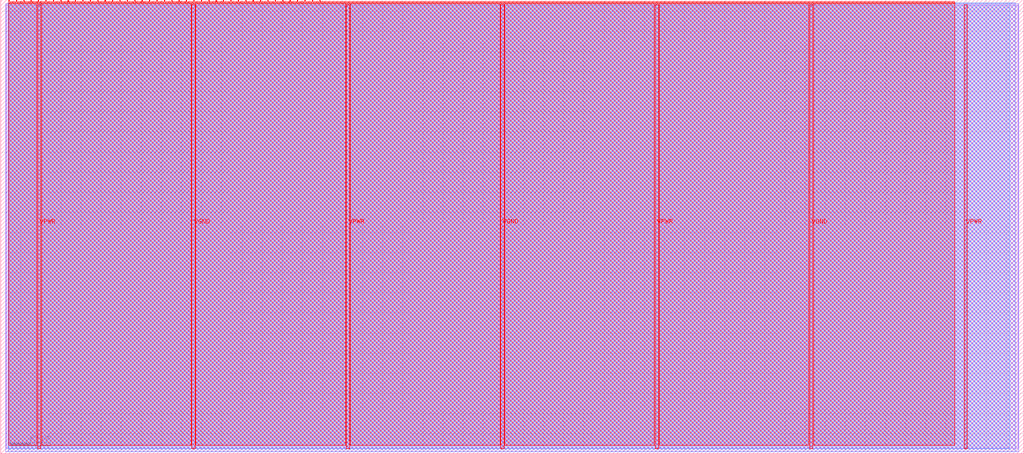
<source format=lef>
VERSION 5.7 ;
  NOWIREEXTENSIONATPIN ON ;
  DIVIDERCHAR "/" ;
  BUSBITCHARS "[]" ;
MACRO tt_um_cejmu_riscv
  CLASS BLOCK ;
  FOREIGN tt_um_cejmu_riscv ;
  ORIGIN 0.000 0.000 ;
  SIZE 508.760 BY 225.760 ;
  PIN VGND
    DIRECTION INOUT ;
    USE GROUND ;
    PORT
      LAYER met4 ;
        RECT 95.080 2.480 96.680 223.280 ;
    END
    PORT
      LAYER met4 ;
        RECT 248.680 2.480 250.280 223.280 ;
    END
    PORT
      LAYER met4 ;
        RECT 402.280 2.480 403.880 223.280 ;
    END
  END VGND
  PIN VPWR
    DIRECTION INOUT ;
    USE POWER ;
    PORT
      LAYER met4 ;
        RECT 18.280 2.480 19.880 223.280 ;
    END
    PORT
      LAYER met4 ;
        RECT 171.880 2.480 173.480 223.280 ;
    END
    PORT
      LAYER met4 ;
        RECT 325.480 2.480 327.080 223.280 ;
    END
    PORT
      LAYER met4 ;
        RECT 479.080 2.480 480.680 223.280 ;
    END
  END VPWR
  PIN clk
    DIRECTION INPUT ;
    USE SIGNAL ;
    ANTENNAGATEAREA 0.852000 ;
    PORT
      LAYER met4 ;
        RECT 154.870 224.760 155.170 225.760 ;
    END
  END clk
  PIN ena
    DIRECTION INPUT ;
    USE SIGNAL ;
    PORT
      LAYER met4 ;
        RECT 158.550 224.760 158.850 225.760 ;
    END
  END ena
  PIN rst_n
    DIRECTION INPUT ;
    USE SIGNAL ;
    ANTENNAGATEAREA 0.196500 ;
    PORT
      LAYER met4 ;
        RECT 151.190 224.760 151.490 225.760 ;
    END
  END rst_n
  PIN ui_in[0]
    DIRECTION INPUT ;
    USE SIGNAL ;
    ANTENNAGATEAREA 0.213000 ;
    PORT
      LAYER met4 ;
        RECT 147.510 224.760 147.810 225.760 ;
    END
  END ui_in[0]
  PIN ui_in[1]
    DIRECTION INPUT ;
    USE SIGNAL ;
    PORT
      LAYER met4 ;
        RECT 143.830 224.760 144.130 225.760 ;
    END
  END ui_in[1]
  PIN ui_in[2]
    DIRECTION INPUT ;
    USE SIGNAL ;
    PORT
      LAYER met4 ;
        RECT 140.150 224.760 140.450 225.760 ;
    END
  END ui_in[2]
  PIN ui_in[3]
    DIRECTION INPUT ;
    USE SIGNAL ;
    PORT
      LAYER met4 ;
        RECT 136.470 224.760 136.770 225.760 ;
    END
  END ui_in[3]
  PIN ui_in[4]
    DIRECTION INPUT ;
    USE SIGNAL ;
    PORT
      LAYER met4 ;
        RECT 132.790 224.760 133.090 225.760 ;
    END
  END ui_in[4]
  PIN ui_in[5]
    DIRECTION INPUT ;
    USE SIGNAL ;
    PORT
      LAYER met4 ;
        RECT 129.110 224.760 129.410 225.760 ;
    END
  END ui_in[5]
  PIN ui_in[6]
    DIRECTION INPUT ;
    USE SIGNAL ;
    PORT
      LAYER met4 ;
        RECT 125.430 224.760 125.730 225.760 ;
    END
  END ui_in[6]
  PIN ui_in[7]
    DIRECTION INPUT ;
    USE SIGNAL ;
    PORT
      LAYER met4 ;
        RECT 121.750 224.760 122.050 225.760 ;
    END
  END ui_in[7]
  PIN uio_in[0]
    DIRECTION INPUT ;
    USE SIGNAL ;
    PORT
      LAYER met4 ;
        RECT 118.070 224.760 118.370 225.760 ;
    END
  END uio_in[0]
  PIN uio_in[1]
    DIRECTION INPUT ;
    USE SIGNAL ;
    PORT
      LAYER met4 ;
        RECT 114.390 224.760 114.690 225.760 ;
    END
  END uio_in[1]
  PIN uio_in[2]
    DIRECTION INPUT ;
    USE SIGNAL ;
    PORT
      LAYER met4 ;
        RECT 110.710 224.760 111.010 225.760 ;
    END
  END uio_in[2]
  PIN uio_in[3]
    DIRECTION INPUT ;
    USE SIGNAL ;
    PORT
      LAYER met4 ;
        RECT 107.030 224.760 107.330 225.760 ;
    END
  END uio_in[3]
  PIN uio_in[4]
    DIRECTION INPUT ;
    USE SIGNAL ;
    PORT
      LAYER met4 ;
        RECT 103.350 224.760 103.650 225.760 ;
    END
  END uio_in[4]
  PIN uio_in[5]
    DIRECTION INPUT ;
    USE SIGNAL ;
    PORT
      LAYER met4 ;
        RECT 99.670 224.760 99.970 225.760 ;
    END
  END uio_in[5]
  PIN uio_in[6]
    DIRECTION INPUT ;
    USE SIGNAL ;
    PORT
      LAYER met4 ;
        RECT 95.990 224.760 96.290 225.760 ;
    END
  END uio_in[6]
  PIN uio_in[7]
    DIRECTION INPUT ;
    USE SIGNAL ;
    PORT
      LAYER met4 ;
        RECT 92.310 224.760 92.610 225.760 ;
    END
  END uio_in[7]
  PIN uio_oe[0]
    DIRECTION OUTPUT TRISTATE ;
    USE SIGNAL ;
    PORT
      LAYER met4 ;
        RECT 29.750 224.760 30.050 225.760 ;
    END
  END uio_oe[0]
  PIN uio_oe[1]
    DIRECTION OUTPUT TRISTATE ;
    USE SIGNAL ;
    PORT
      LAYER met4 ;
        RECT 26.070 224.760 26.370 225.760 ;
    END
  END uio_oe[1]
  PIN uio_oe[2]
    DIRECTION OUTPUT TRISTATE ;
    USE SIGNAL ;
    PORT
      LAYER met4 ;
        RECT 22.390 224.760 22.690 225.760 ;
    END
  END uio_oe[2]
  PIN uio_oe[3]
    DIRECTION OUTPUT TRISTATE ;
    USE SIGNAL ;
    PORT
      LAYER met4 ;
        RECT 18.710 224.760 19.010 225.760 ;
    END
  END uio_oe[3]
  PIN uio_oe[4]
    DIRECTION OUTPUT TRISTATE ;
    USE SIGNAL ;
    PORT
      LAYER met4 ;
        RECT 15.030 224.760 15.330 225.760 ;
    END
  END uio_oe[4]
  PIN uio_oe[5]
    DIRECTION OUTPUT TRISTATE ;
    USE SIGNAL ;
    PORT
      LAYER met4 ;
        RECT 11.350 224.760 11.650 225.760 ;
    END
  END uio_oe[5]
  PIN uio_oe[6]
    DIRECTION OUTPUT TRISTATE ;
    USE SIGNAL ;
    PORT
      LAYER met4 ;
        RECT 7.670 224.760 7.970 225.760 ;
    END
  END uio_oe[6]
  PIN uio_oe[7]
    DIRECTION OUTPUT TRISTATE ;
    USE SIGNAL ;
    PORT
      LAYER met4 ;
        RECT 3.990 224.760 4.290 225.760 ;
    END
  END uio_oe[7]
  PIN uio_out[0]
    DIRECTION OUTPUT TRISTATE ;
    USE SIGNAL ;
    ANTENNAGATEAREA 0.126000 ;
    ANTENNADIFFAREA 0.445500 ;
    PORT
      LAYER met4 ;
        RECT 59.190 224.760 59.490 225.760 ;
    END
  END uio_out[0]
  PIN uio_out[1]
    DIRECTION OUTPUT TRISTATE ;
    USE SIGNAL ;
    ANTENNAGATEAREA 0.126000 ;
    ANTENNADIFFAREA 0.891000 ;
    PORT
      LAYER met4 ;
        RECT 55.510 224.760 55.810 225.760 ;
    END
  END uio_out[1]
  PIN uio_out[2]
    DIRECTION OUTPUT TRISTATE ;
    USE SIGNAL ;
    ANTENNAGATEAREA 0.126000 ;
    ANTENNADIFFAREA 0.891000 ;
    PORT
      LAYER met4 ;
        RECT 51.830 224.760 52.130 225.760 ;
    END
  END uio_out[2]
  PIN uio_out[3]
    DIRECTION OUTPUT TRISTATE ;
    USE SIGNAL ;
    ANTENNAGATEAREA 0.126000 ;
    ANTENNADIFFAREA 0.445500 ;
    PORT
      LAYER met4 ;
        RECT 48.150 224.760 48.450 225.760 ;
    END
  END uio_out[3]
  PIN uio_out[4]
    DIRECTION OUTPUT TRISTATE ;
    USE SIGNAL ;
    ANTENNAGATEAREA 0.126000 ;
    ANTENNADIFFAREA 0.891000 ;
    PORT
      LAYER met4 ;
        RECT 44.470 224.760 44.770 225.760 ;
    END
  END uio_out[4]
  PIN uio_out[5]
    DIRECTION OUTPUT TRISTATE ;
    USE SIGNAL ;
    ANTENNAGATEAREA 0.126000 ;
    ANTENNADIFFAREA 0.445500 ;
    PORT
      LAYER met4 ;
        RECT 40.790 224.760 41.090 225.760 ;
    END
  END uio_out[5]
  PIN uio_out[6]
    DIRECTION OUTPUT TRISTATE ;
    USE SIGNAL ;
    ANTENNAGATEAREA 0.126000 ;
    ANTENNADIFFAREA 0.445500 ;
    PORT
      LAYER met4 ;
        RECT 37.110 224.760 37.410 225.760 ;
    END
  END uio_out[6]
  PIN uio_out[7]
    DIRECTION OUTPUT TRISTATE ;
    USE SIGNAL ;
    ANTENNAGATEAREA 0.126000 ;
    ANTENNADIFFAREA 0.891000 ;
    PORT
      LAYER met4 ;
        RECT 33.430 224.760 33.730 225.760 ;
    END
  END uio_out[7]
  PIN uo_out[0]
    DIRECTION OUTPUT TRISTATE ;
    USE SIGNAL ;
    ANTENNADIFFAREA 0.795200 ;
    PORT
      LAYER met4 ;
        RECT 88.630 224.760 88.930 225.760 ;
    END
  END uo_out[0]
  PIN uo_out[1]
    DIRECTION OUTPUT TRISTATE ;
    USE SIGNAL ;
    ANTENNADIFFAREA 0.445500 ;
    PORT
      LAYER met4 ;
        RECT 84.950 224.760 85.250 225.760 ;
    END
  END uo_out[1]
  PIN uo_out[2]
    DIRECTION OUTPUT TRISTATE ;
    USE SIGNAL ;
    ANTENNADIFFAREA 1.590400 ;
    PORT
      LAYER met4 ;
        RECT 81.270 224.760 81.570 225.760 ;
    END
  END uo_out[2]
  PIN uo_out[3]
    DIRECTION OUTPUT TRISTATE ;
    USE SIGNAL ;
    ANTENNAGATEAREA 0.126000 ;
    ANTENNADIFFAREA 0.445500 ;
    PORT
      LAYER met4 ;
        RECT 77.590 224.760 77.890 225.760 ;
    END
  END uo_out[3]
  PIN uo_out[4]
    DIRECTION OUTPUT TRISTATE ;
    USE SIGNAL ;
    ANTENNAGATEAREA 0.126000 ;
    ANTENNADIFFAREA 0.445500 ;
    PORT
      LAYER met4 ;
        RECT 73.910 224.760 74.210 225.760 ;
    END
  END uo_out[4]
  PIN uo_out[5]
    DIRECTION OUTPUT TRISTATE ;
    USE SIGNAL ;
    ANTENNAGATEAREA 0.126000 ;
    ANTENNADIFFAREA 0.891000 ;
    PORT
      LAYER met4 ;
        RECT 70.230 224.760 70.530 225.760 ;
    END
  END uo_out[5]
  PIN uo_out[6]
    DIRECTION OUTPUT TRISTATE ;
    USE SIGNAL ;
    ANTENNAGATEAREA 0.126000 ;
    ANTENNADIFFAREA 0.891000 ;
    PORT
      LAYER met4 ;
        RECT 66.550 224.760 66.850 225.760 ;
    END
  END uo_out[6]
  PIN uo_out[7]
    DIRECTION OUTPUT TRISTATE ;
    USE SIGNAL ;
    ANTENNAGATEAREA 0.126000 ;
    ANTENNADIFFAREA 0.891000 ;
    PORT
      LAYER met4 ;
        RECT 62.870 224.760 63.170 225.760 ;
    END
  END uo_out[7]
  OBS
      LAYER li1 ;
        RECT 2.760 2.635 506.000 223.125 ;
      LAYER met1 ;
        RECT 2.460 1.060 506.300 223.680 ;
      LAYER met2 ;
        RECT 3.780 1.030 504.520 224.245 ;
      LAYER met3 ;
        RECT 3.950 2.555 501.795 224.225 ;
      LAYER met4 ;
        RECT 4.690 224.360 7.270 224.760 ;
        RECT 8.370 224.360 10.950 224.760 ;
        RECT 12.050 224.360 14.630 224.760 ;
        RECT 15.730 224.360 18.310 224.760 ;
        RECT 19.410 224.360 21.990 224.760 ;
        RECT 23.090 224.360 25.670 224.760 ;
        RECT 26.770 224.360 29.350 224.760 ;
        RECT 30.450 224.360 33.030 224.760 ;
        RECT 34.130 224.360 36.710 224.760 ;
        RECT 37.810 224.360 40.390 224.760 ;
        RECT 41.490 224.360 44.070 224.760 ;
        RECT 45.170 224.360 47.750 224.760 ;
        RECT 48.850 224.360 51.430 224.760 ;
        RECT 52.530 224.360 55.110 224.760 ;
        RECT 56.210 224.360 58.790 224.760 ;
        RECT 59.890 224.360 62.470 224.760 ;
        RECT 63.570 224.360 66.150 224.760 ;
        RECT 67.250 224.360 69.830 224.760 ;
        RECT 70.930 224.360 73.510 224.760 ;
        RECT 74.610 224.360 77.190 224.760 ;
        RECT 78.290 224.360 80.870 224.760 ;
        RECT 81.970 224.360 84.550 224.760 ;
        RECT 85.650 224.360 88.230 224.760 ;
        RECT 89.330 224.360 91.910 224.760 ;
        RECT 93.010 224.360 95.590 224.760 ;
        RECT 96.690 224.360 99.270 224.760 ;
        RECT 100.370 224.360 102.950 224.760 ;
        RECT 104.050 224.360 106.630 224.760 ;
        RECT 107.730 224.360 110.310 224.760 ;
        RECT 111.410 224.360 113.990 224.760 ;
        RECT 115.090 224.360 117.670 224.760 ;
        RECT 118.770 224.360 121.350 224.760 ;
        RECT 122.450 224.360 125.030 224.760 ;
        RECT 126.130 224.360 128.710 224.760 ;
        RECT 129.810 224.360 132.390 224.760 ;
        RECT 133.490 224.360 136.070 224.760 ;
        RECT 137.170 224.360 139.750 224.760 ;
        RECT 140.850 224.360 143.430 224.760 ;
        RECT 144.530 224.360 147.110 224.760 ;
        RECT 148.210 224.360 150.790 224.760 ;
        RECT 151.890 224.360 154.470 224.760 ;
        RECT 155.570 224.360 158.150 224.760 ;
        RECT 159.250 224.360 474.425 224.760 ;
        RECT 3.975 223.680 474.425 224.360 ;
        RECT 3.975 4.255 17.880 223.680 ;
        RECT 20.280 4.255 94.680 223.680 ;
        RECT 97.080 4.255 171.480 223.680 ;
        RECT 173.880 4.255 248.280 223.680 ;
        RECT 250.680 4.255 325.080 223.680 ;
        RECT 327.480 4.255 401.880 223.680 ;
        RECT 404.280 4.255 474.425 223.680 ;
  END
END tt_um_cejmu_riscv
END LIBRARY


</source>
